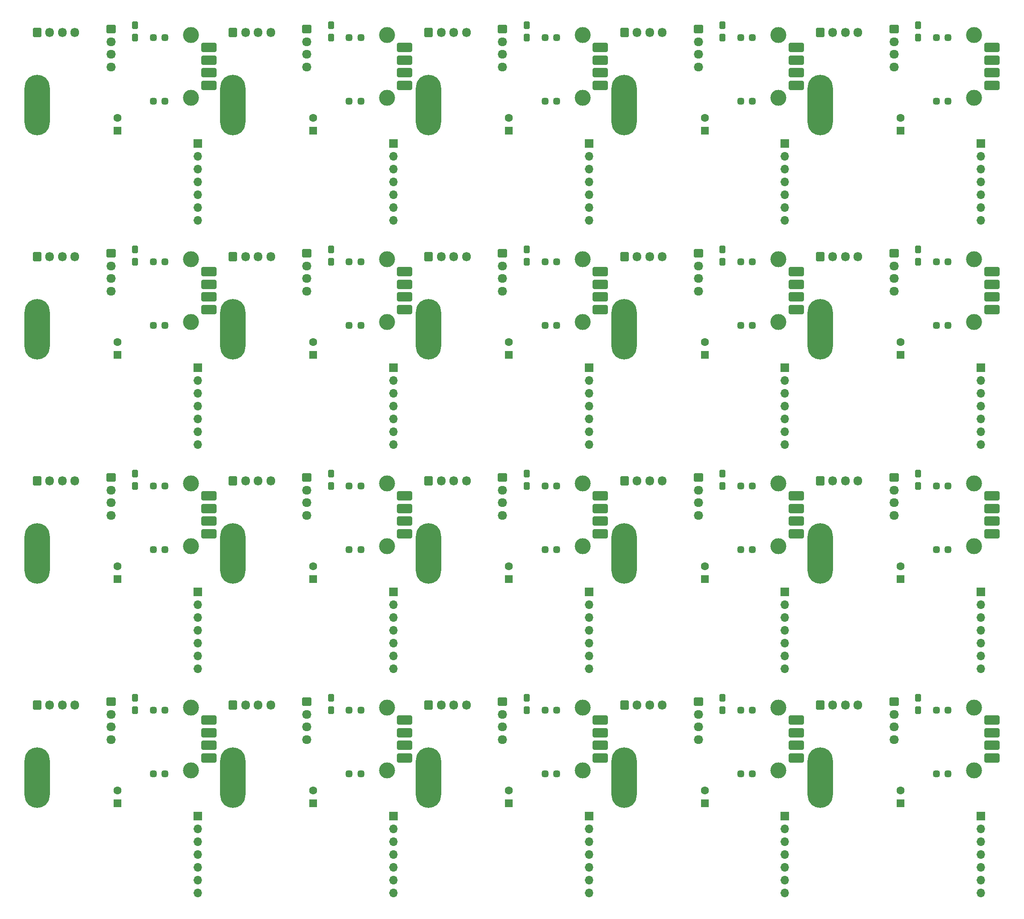
<source format=gbr>
%TF.GenerationSoftware,KiCad,Pcbnew,8.0.7*%
%TF.CreationDate,2025-01-08T09:27:09+09:00*%
%TF.ProjectId,waveShare-7inch-rs485,77617665-5368-4617-9265-2d37696e6368,rev?*%
%TF.SameCoordinates,Original*%
%TF.FileFunction,Soldermask,Bot*%
%TF.FilePolarity,Negative*%
%FSLAX46Y46*%
G04 Gerber Fmt 4.6, Leading zero omitted, Abs format (unit mm)*
G04 Created by KiCad (PCBNEW 8.0.7) date 2025-01-08 09:27:09*
%MOMM*%
%LPD*%
G01*
G04 APERTURE LIST*
G04 Aperture macros list*
%AMRoundRect*
0 Rectangle with rounded corners*
0 $1 Rounding radius*
0 $2 $3 $4 $5 $6 $7 $8 $9 X,Y pos of 4 corners*
0 Add a 4 corners polygon primitive as box body*
4,1,4,$2,$3,$4,$5,$6,$7,$8,$9,$2,$3,0*
0 Add four circle primitives for the rounded corners*
1,1,$1+$1,$2,$3*
1,1,$1+$1,$4,$5*
1,1,$1+$1,$6,$7*
1,1,$1+$1,$8,$9*
0 Add four rect primitives between the rounded corners*
20,1,$1+$1,$2,$3,$4,$5,0*
20,1,$1+$1,$4,$5,$6,$7,0*
20,1,$1+$1,$6,$7,$8,$9,0*
20,1,$1+$1,$8,$9,$2,$3,0*%
G04 Aperture macros list end*
%ADD10RoundRect,0.312500X-0.312500X0.437500X-0.312500X-0.437500X0.312500X-0.437500X0.312500X0.437500X0*%
%ADD11RoundRect,0.249900X-0.600100X-0.675100X0.600100X-0.675100X0.600100X0.675100X-0.600100X0.675100X0*%
%ADD12O,1.700000X1.850000*%
%ADD13RoundRect,0.325000X-0.325000X-0.325000X0.325000X-0.325000X0.325000X0.325000X-0.325000X0.325000X0*%
%ADD14C,3.170000*%
%ADD15RoundRect,0.325000X0.325000X0.325000X-0.325000X0.325000X-0.325000X-0.325000X0.325000X-0.325000X0*%
%ADD16RoundRect,0.264600X1.235400X-0.635400X1.235400X0.635400X-1.235400X0.635400X-1.235400X-0.635400X0*%
%ADD17RoundRect,0.250000X1.250000X-0.650000X1.250000X0.650000X-1.250000X0.650000X-1.250000X-0.650000X0*%
%ADD18RoundRect,0.249900X-0.675100X0.600100X-0.675100X-0.600100X0.675100X-0.600100X0.675100X0.600100X0*%
%ADD19O,1.850000X1.700000*%
%ADD20R,1.700000X1.700000*%
%ADD21O,1.700000X1.700000*%
%ADD22O,5.000000X12.000000*%
%ADD23R,1.600000X1.600000*%
%ADD24C,1.600000*%
G04 APERTURE END LIST*
D10*
%TO.C,C3*%
X204360000Y-158930000D03*
X204360000Y-161330000D03*
%TD*%
D11*
%TO.C,J1*%
X184920000Y-160360000D03*
D12*
X187420000Y-160360000D03*
X189920000Y-160360000D03*
X192420000Y-160360000D03*
%TD*%
D13*
%TO.C,R2*%
X207980000Y-161310000D03*
X210280000Y-161310000D03*
%TD*%
D14*
%TO.C,J4*%
X215450000Y-173300000D03*
X215450000Y-160800000D03*
%TD*%
D15*
%TO.C,R10*%
X210280000Y-174000000D03*
X207980000Y-174000000D03*
%TD*%
D16*
%TO.C,J5*%
X218970000Y-170810000D03*
D17*
X218970000Y-168310000D03*
X218970000Y-165810000D03*
X218970000Y-163310000D03*
%TD*%
D18*
%TO.C,J2*%
X199570000Y-159680000D03*
D19*
X199570000Y-162180000D03*
X199570000Y-164680000D03*
X199570000Y-167180000D03*
%TD*%
D20*
%TO.C,DS1307*%
X216750000Y-182315000D03*
D21*
X216750000Y-184855000D03*
X216750000Y-187395000D03*
X216750000Y-189935000D03*
X216750000Y-192475000D03*
X216750000Y-195015000D03*
X216750000Y-197555000D03*
%TD*%
D22*
%TO.C,J3*%
X184910000Y-174740000D03*
%TD*%
D23*
%TO.C,C9*%
X200840000Y-179780000D03*
D24*
X200840000Y-177280000D03*
%TD*%
D10*
%TO.C,C3*%
X165560000Y-158930000D03*
X165560000Y-161330000D03*
%TD*%
D11*
%TO.C,J1*%
X146120000Y-160360000D03*
D12*
X148620000Y-160360000D03*
X151120000Y-160360000D03*
X153620000Y-160360000D03*
%TD*%
D13*
%TO.C,R2*%
X169180000Y-161310000D03*
X171480000Y-161310000D03*
%TD*%
D14*
%TO.C,J4*%
X176650000Y-173300000D03*
X176650000Y-160800000D03*
%TD*%
D15*
%TO.C,R10*%
X171480000Y-174000000D03*
X169180000Y-174000000D03*
%TD*%
D16*
%TO.C,J5*%
X180170000Y-170810000D03*
D17*
X180170000Y-168310000D03*
X180170000Y-165810000D03*
X180170000Y-163310000D03*
%TD*%
D18*
%TO.C,J2*%
X160770000Y-159680000D03*
D19*
X160770000Y-162180000D03*
X160770000Y-164680000D03*
X160770000Y-167180000D03*
%TD*%
D20*
%TO.C,DS1307*%
X177950000Y-182315000D03*
D21*
X177950000Y-184855000D03*
X177950000Y-187395000D03*
X177950000Y-189935000D03*
X177950000Y-192475000D03*
X177950000Y-195015000D03*
X177950000Y-197555000D03*
%TD*%
D22*
%TO.C,J3*%
X146110000Y-174740000D03*
%TD*%
D23*
%TO.C,C9*%
X162040000Y-179780000D03*
D24*
X162040000Y-177280000D03*
%TD*%
D10*
%TO.C,C3*%
X126760000Y-158930000D03*
X126760000Y-161330000D03*
%TD*%
D11*
%TO.C,J1*%
X107320000Y-160360000D03*
D12*
X109820000Y-160360000D03*
X112320000Y-160360000D03*
X114820000Y-160360000D03*
%TD*%
D13*
%TO.C,R2*%
X130380000Y-161310000D03*
X132680000Y-161310000D03*
%TD*%
D14*
%TO.C,J4*%
X137850000Y-173300000D03*
X137850000Y-160800000D03*
%TD*%
D15*
%TO.C,R10*%
X132680000Y-174000000D03*
X130380000Y-174000000D03*
%TD*%
D16*
%TO.C,J5*%
X141370000Y-170810000D03*
D17*
X141370000Y-168310000D03*
X141370000Y-165810000D03*
X141370000Y-163310000D03*
%TD*%
D18*
%TO.C,J2*%
X121970000Y-159680000D03*
D19*
X121970000Y-162180000D03*
X121970000Y-164680000D03*
X121970000Y-167180000D03*
%TD*%
D20*
%TO.C,DS1307*%
X139150000Y-182315000D03*
D21*
X139150000Y-184855000D03*
X139150000Y-187395000D03*
X139150000Y-189935000D03*
X139150000Y-192475000D03*
X139150000Y-195015000D03*
X139150000Y-197555000D03*
%TD*%
D22*
%TO.C,J3*%
X107310000Y-174740000D03*
%TD*%
D23*
%TO.C,C9*%
X123240000Y-179780000D03*
D24*
X123240000Y-177280000D03*
%TD*%
D10*
%TO.C,C3*%
X87960000Y-158930000D03*
X87960000Y-161330000D03*
%TD*%
D11*
%TO.C,J1*%
X68520000Y-160360000D03*
D12*
X71020000Y-160360000D03*
X73520000Y-160360000D03*
X76020000Y-160360000D03*
%TD*%
D13*
%TO.C,R2*%
X91580000Y-161310000D03*
X93880000Y-161310000D03*
%TD*%
D14*
%TO.C,J4*%
X99050000Y-173300000D03*
X99050000Y-160800000D03*
%TD*%
D15*
%TO.C,R10*%
X93880000Y-174000000D03*
X91580000Y-174000000D03*
%TD*%
D16*
%TO.C,J5*%
X102570000Y-170810000D03*
D17*
X102570000Y-168310000D03*
X102570000Y-165810000D03*
X102570000Y-163310000D03*
%TD*%
D18*
%TO.C,J2*%
X83170000Y-159680000D03*
D19*
X83170000Y-162180000D03*
X83170000Y-164680000D03*
X83170000Y-167180000D03*
%TD*%
D20*
%TO.C,DS1307*%
X100350000Y-182315000D03*
D21*
X100350000Y-184855000D03*
X100350000Y-187395000D03*
X100350000Y-189935000D03*
X100350000Y-192475000D03*
X100350000Y-195015000D03*
X100350000Y-197555000D03*
%TD*%
D22*
%TO.C,J3*%
X68510000Y-174740000D03*
%TD*%
D23*
%TO.C,C9*%
X84440000Y-179780000D03*
D24*
X84440000Y-177280000D03*
%TD*%
D10*
%TO.C,C3*%
X49160000Y-158930000D03*
X49160000Y-161330000D03*
%TD*%
D11*
%TO.C,J1*%
X29720000Y-160360000D03*
D12*
X32220000Y-160360000D03*
X34720000Y-160360000D03*
X37220000Y-160360000D03*
%TD*%
D13*
%TO.C,R2*%
X52780000Y-161310000D03*
X55080000Y-161310000D03*
%TD*%
D14*
%TO.C,J4*%
X60250000Y-173300000D03*
X60250000Y-160800000D03*
%TD*%
D15*
%TO.C,R10*%
X55080000Y-174000000D03*
X52780000Y-174000000D03*
%TD*%
D16*
%TO.C,J5*%
X63770000Y-170810000D03*
D17*
X63770000Y-168310000D03*
X63770000Y-165810000D03*
X63770000Y-163310000D03*
%TD*%
D18*
%TO.C,J2*%
X44370000Y-159680000D03*
D19*
X44370000Y-162180000D03*
X44370000Y-164680000D03*
X44370000Y-167180000D03*
%TD*%
D20*
%TO.C,DS1307*%
X61550000Y-182315000D03*
D21*
X61550000Y-184855000D03*
X61550000Y-187395000D03*
X61550000Y-189935000D03*
X61550000Y-192475000D03*
X61550000Y-195015000D03*
X61550000Y-197555000D03*
%TD*%
D22*
%TO.C,J3*%
X29710000Y-174740000D03*
%TD*%
D23*
%TO.C,C9*%
X45640000Y-179780000D03*
D24*
X45640000Y-177280000D03*
%TD*%
D10*
%TO.C,C3*%
X204360000Y-114480000D03*
X204360000Y-116880000D03*
%TD*%
D11*
%TO.C,J1*%
X184920000Y-115910000D03*
D12*
X187420000Y-115910000D03*
X189920000Y-115910000D03*
X192420000Y-115910000D03*
%TD*%
D13*
%TO.C,R2*%
X207980000Y-116860000D03*
X210280000Y-116860000D03*
%TD*%
D14*
%TO.C,J4*%
X215450000Y-128850000D03*
X215450000Y-116350000D03*
%TD*%
D15*
%TO.C,R10*%
X210280000Y-129550000D03*
X207980000Y-129550000D03*
%TD*%
D16*
%TO.C,J5*%
X218970000Y-126360000D03*
D17*
X218970000Y-123860000D03*
X218970000Y-121360000D03*
X218970000Y-118860000D03*
%TD*%
D18*
%TO.C,J2*%
X199570000Y-115230000D03*
D19*
X199570000Y-117730000D03*
X199570000Y-120230000D03*
X199570000Y-122730000D03*
%TD*%
D20*
%TO.C,DS1307*%
X216750000Y-137865000D03*
D21*
X216750000Y-140405000D03*
X216750000Y-142945000D03*
X216750000Y-145485000D03*
X216750000Y-148025000D03*
X216750000Y-150565000D03*
X216750000Y-153105000D03*
%TD*%
D22*
%TO.C,J3*%
X184910000Y-130290000D03*
%TD*%
D23*
%TO.C,C9*%
X200840000Y-135330000D03*
D24*
X200840000Y-132830000D03*
%TD*%
D10*
%TO.C,C3*%
X165560000Y-114480000D03*
X165560000Y-116880000D03*
%TD*%
D11*
%TO.C,J1*%
X146120000Y-115910000D03*
D12*
X148620000Y-115910000D03*
X151120000Y-115910000D03*
X153620000Y-115910000D03*
%TD*%
D13*
%TO.C,R2*%
X169180000Y-116860000D03*
X171480000Y-116860000D03*
%TD*%
D14*
%TO.C,J4*%
X176650000Y-128850000D03*
X176650000Y-116350000D03*
%TD*%
D15*
%TO.C,R10*%
X171480000Y-129550000D03*
X169180000Y-129550000D03*
%TD*%
D16*
%TO.C,J5*%
X180170000Y-126360000D03*
D17*
X180170000Y-123860000D03*
X180170000Y-121360000D03*
X180170000Y-118860000D03*
%TD*%
D18*
%TO.C,J2*%
X160770000Y-115230000D03*
D19*
X160770000Y-117730000D03*
X160770000Y-120230000D03*
X160770000Y-122730000D03*
%TD*%
D20*
%TO.C,DS1307*%
X177950000Y-137865000D03*
D21*
X177950000Y-140405000D03*
X177950000Y-142945000D03*
X177950000Y-145485000D03*
X177950000Y-148025000D03*
X177950000Y-150565000D03*
X177950000Y-153105000D03*
%TD*%
D22*
%TO.C,J3*%
X146110000Y-130290000D03*
%TD*%
D23*
%TO.C,C9*%
X162040000Y-135330000D03*
D24*
X162040000Y-132830000D03*
%TD*%
D10*
%TO.C,C3*%
X126760000Y-114480000D03*
X126760000Y-116880000D03*
%TD*%
D11*
%TO.C,J1*%
X107320000Y-115910000D03*
D12*
X109820000Y-115910000D03*
X112320000Y-115910000D03*
X114820000Y-115910000D03*
%TD*%
D13*
%TO.C,R2*%
X130380000Y-116860000D03*
X132680000Y-116860000D03*
%TD*%
D14*
%TO.C,J4*%
X137850000Y-128850000D03*
X137850000Y-116350000D03*
%TD*%
D15*
%TO.C,R10*%
X132680000Y-129550000D03*
X130380000Y-129550000D03*
%TD*%
D16*
%TO.C,J5*%
X141370000Y-126360000D03*
D17*
X141370000Y-123860000D03*
X141370000Y-121360000D03*
X141370000Y-118860000D03*
%TD*%
D18*
%TO.C,J2*%
X121970000Y-115230000D03*
D19*
X121970000Y-117730000D03*
X121970000Y-120230000D03*
X121970000Y-122730000D03*
%TD*%
D20*
%TO.C,DS1307*%
X139150000Y-137865000D03*
D21*
X139150000Y-140405000D03*
X139150000Y-142945000D03*
X139150000Y-145485000D03*
X139150000Y-148025000D03*
X139150000Y-150565000D03*
X139150000Y-153105000D03*
%TD*%
D22*
%TO.C,J3*%
X107310000Y-130290000D03*
%TD*%
D23*
%TO.C,C9*%
X123240000Y-135330000D03*
D24*
X123240000Y-132830000D03*
%TD*%
D10*
%TO.C,C3*%
X87960000Y-114480000D03*
X87960000Y-116880000D03*
%TD*%
D11*
%TO.C,J1*%
X68520000Y-115910000D03*
D12*
X71020000Y-115910000D03*
X73520000Y-115910000D03*
X76020000Y-115910000D03*
%TD*%
D13*
%TO.C,R2*%
X91580000Y-116860000D03*
X93880000Y-116860000D03*
%TD*%
D14*
%TO.C,J4*%
X99050000Y-128850000D03*
X99050000Y-116350000D03*
%TD*%
D15*
%TO.C,R10*%
X93880000Y-129550000D03*
X91580000Y-129550000D03*
%TD*%
D16*
%TO.C,J5*%
X102570000Y-126360000D03*
D17*
X102570000Y-123860000D03*
X102570000Y-121360000D03*
X102570000Y-118860000D03*
%TD*%
D18*
%TO.C,J2*%
X83170000Y-115230000D03*
D19*
X83170000Y-117730000D03*
X83170000Y-120230000D03*
X83170000Y-122730000D03*
%TD*%
D20*
%TO.C,DS1307*%
X100350000Y-137865000D03*
D21*
X100350000Y-140405000D03*
X100350000Y-142945000D03*
X100350000Y-145485000D03*
X100350000Y-148025000D03*
X100350000Y-150565000D03*
X100350000Y-153105000D03*
%TD*%
D22*
%TO.C,J3*%
X68510000Y-130290000D03*
%TD*%
D23*
%TO.C,C9*%
X84440000Y-135330000D03*
D24*
X84440000Y-132830000D03*
%TD*%
D10*
%TO.C,C3*%
X49160000Y-114480000D03*
X49160000Y-116880000D03*
%TD*%
D11*
%TO.C,J1*%
X29720000Y-115910000D03*
D12*
X32220000Y-115910000D03*
X34720000Y-115910000D03*
X37220000Y-115910000D03*
%TD*%
D13*
%TO.C,R2*%
X52780000Y-116860000D03*
X55080000Y-116860000D03*
%TD*%
D14*
%TO.C,J4*%
X60250000Y-128850000D03*
X60250000Y-116350000D03*
%TD*%
D15*
%TO.C,R10*%
X55080000Y-129550000D03*
X52780000Y-129550000D03*
%TD*%
D16*
%TO.C,J5*%
X63770000Y-126360000D03*
D17*
X63770000Y-123860000D03*
X63770000Y-121360000D03*
X63770000Y-118860000D03*
%TD*%
D18*
%TO.C,J2*%
X44370000Y-115230000D03*
D19*
X44370000Y-117730000D03*
X44370000Y-120230000D03*
X44370000Y-122730000D03*
%TD*%
D20*
%TO.C,DS1307*%
X61550000Y-137865000D03*
D21*
X61550000Y-140405000D03*
X61550000Y-142945000D03*
X61550000Y-145485000D03*
X61550000Y-148025000D03*
X61550000Y-150565000D03*
X61550000Y-153105000D03*
%TD*%
D22*
%TO.C,J3*%
X29710000Y-130290000D03*
%TD*%
D23*
%TO.C,C9*%
X45640000Y-135330000D03*
D24*
X45640000Y-132830000D03*
%TD*%
D10*
%TO.C,C3*%
X204360000Y-70030000D03*
X204360000Y-72430000D03*
%TD*%
D11*
%TO.C,J1*%
X184920000Y-71460000D03*
D12*
X187420000Y-71460000D03*
X189920000Y-71460000D03*
X192420000Y-71460000D03*
%TD*%
D13*
%TO.C,R2*%
X207980000Y-72410000D03*
X210280000Y-72410000D03*
%TD*%
D14*
%TO.C,J4*%
X215450000Y-84400000D03*
X215450000Y-71900000D03*
%TD*%
D15*
%TO.C,R10*%
X210280000Y-85100000D03*
X207980000Y-85100000D03*
%TD*%
D16*
%TO.C,J5*%
X218970000Y-81910000D03*
D17*
X218970000Y-79410000D03*
X218970000Y-76910000D03*
X218970000Y-74410000D03*
%TD*%
D18*
%TO.C,J2*%
X199570000Y-70780000D03*
D19*
X199570000Y-73280000D03*
X199570000Y-75780000D03*
X199570000Y-78280000D03*
%TD*%
D20*
%TO.C,DS1307*%
X216750000Y-93415000D03*
D21*
X216750000Y-95955000D03*
X216750000Y-98495000D03*
X216750000Y-101035000D03*
X216750000Y-103575000D03*
X216750000Y-106115000D03*
X216750000Y-108655000D03*
%TD*%
D22*
%TO.C,J3*%
X184910000Y-85840000D03*
%TD*%
D23*
%TO.C,C9*%
X200840000Y-90880000D03*
D24*
X200840000Y-88380000D03*
%TD*%
D10*
%TO.C,C3*%
X165560000Y-70030000D03*
X165560000Y-72430000D03*
%TD*%
D11*
%TO.C,J1*%
X146120000Y-71460000D03*
D12*
X148620000Y-71460000D03*
X151120000Y-71460000D03*
X153620000Y-71460000D03*
%TD*%
D13*
%TO.C,R2*%
X169180000Y-72410000D03*
X171480000Y-72410000D03*
%TD*%
D14*
%TO.C,J4*%
X176650000Y-84400000D03*
X176650000Y-71900000D03*
%TD*%
D15*
%TO.C,R10*%
X171480000Y-85100000D03*
X169180000Y-85100000D03*
%TD*%
D16*
%TO.C,J5*%
X180170000Y-81910000D03*
D17*
X180170000Y-79410000D03*
X180170000Y-76910000D03*
X180170000Y-74410000D03*
%TD*%
D18*
%TO.C,J2*%
X160770000Y-70780000D03*
D19*
X160770000Y-73280000D03*
X160770000Y-75780000D03*
X160770000Y-78280000D03*
%TD*%
D20*
%TO.C,DS1307*%
X177950000Y-93415000D03*
D21*
X177950000Y-95955000D03*
X177950000Y-98495000D03*
X177950000Y-101035000D03*
X177950000Y-103575000D03*
X177950000Y-106115000D03*
X177950000Y-108655000D03*
%TD*%
D22*
%TO.C,J3*%
X146110000Y-85840000D03*
%TD*%
D23*
%TO.C,C9*%
X162040000Y-90880000D03*
D24*
X162040000Y-88380000D03*
%TD*%
D10*
%TO.C,C3*%
X126760000Y-70030000D03*
X126760000Y-72430000D03*
%TD*%
D11*
%TO.C,J1*%
X107320000Y-71460000D03*
D12*
X109820000Y-71460000D03*
X112320000Y-71460000D03*
X114820000Y-71460000D03*
%TD*%
D13*
%TO.C,R2*%
X130380000Y-72410000D03*
X132680000Y-72410000D03*
%TD*%
D14*
%TO.C,J4*%
X137850000Y-84400000D03*
X137850000Y-71900000D03*
%TD*%
D15*
%TO.C,R10*%
X132680000Y-85100000D03*
X130380000Y-85100000D03*
%TD*%
D16*
%TO.C,J5*%
X141370000Y-81910000D03*
D17*
X141370000Y-79410000D03*
X141370000Y-76910000D03*
X141370000Y-74410000D03*
%TD*%
D18*
%TO.C,J2*%
X121970000Y-70780000D03*
D19*
X121970000Y-73280000D03*
X121970000Y-75780000D03*
X121970000Y-78280000D03*
%TD*%
D20*
%TO.C,DS1307*%
X139150000Y-93415000D03*
D21*
X139150000Y-95955000D03*
X139150000Y-98495000D03*
X139150000Y-101035000D03*
X139150000Y-103575000D03*
X139150000Y-106115000D03*
X139150000Y-108655000D03*
%TD*%
D22*
%TO.C,J3*%
X107310000Y-85840000D03*
%TD*%
D23*
%TO.C,C9*%
X123240000Y-90880000D03*
D24*
X123240000Y-88380000D03*
%TD*%
D10*
%TO.C,C3*%
X87960000Y-70030000D03*
X87960000Y-72430000D03*
%TD*%
D11*
%TO.C,J1*%
X68520000Y-71460000D03*
D12*
X71020000Y-71460000D03*
X73520000Y-71460000D03*
X76020000Y-71460000D03*
%TD*%
D13*
%TO.C,R2*%
X91580000Y-72410000D03*
X93880000Y-72410000D03*
%TD*%
D14*
%TO.C,J4*%
X99050000Y-84400000D03*
X99050000Y-71900000D03*
%TD*%
D15*
%TO.C,R10*%
X93880000Y-85100000D03*
X91580000Y-85100000D03*
%TD*%
D16*
%TO.C,J5*%
X102570000Y-81910000D03*
D17*
X102570000Y-79410000D03*
X102570000Y-76910000D03*
X102570000Y-74410000D03*
%TD*%
D18*
%TO.C,J2*%
X83170000Y-70780000D03*
D19*
X83170000Y-73280000D03*
X83170000Y-75780000D03*
X83170000Y-78280000D03*
%TD*%
D20*
%TO.C,DS1307*%
X100350000Y-93415000D03*
D21*
X100350000Y-95955000D03*
X100350000Y-98495000D03*
X100350000Y-101035000D03*
X100350000Y-103575000D03*
X100350000Y-106115000D03*
X100350000Y-108655000D03*
%TD*%
D22*
%TO.C,J3*%
X68510000Y-85840000D03*
%TD*%
D23*
%TO.C,C9*%
X84440000Y-90880000D03*
D24*
X84440000Y-88380000D03*
%TD*%
D10*
%TO.C,C3*%
X49160000Y-70030000D03*
X49160000Y-72430000D03*
%TD*%
D11*
%TO.C,J1*%
X29720000Y-71460000D03*
D12*
X32220000Y-71460000D03*
X34720000Y-71460000D03*
X37220000Y-71460000D03*
%TD*%
D13*
%TO.C,R2*%
X52780000Y-72410000D03*
X55080000Y-72410000D03*
%TD*%
D14*
%TO.C,J4*%
X60250000Y-84400000D03*
X60250000Y-71900000D03*
%TD*%
D15*
%TO.C,R10*%
X55080000Y-85100000D03*
X52780000Y-85100000D03*
%TD*%
D16*
%TO.C,J5*%
X63770000Y-81910000D03*
D17*
X63770000Y-79410000D03*
X63770000Y-76910000D03*
X63770000Y-74410000D03*
%TD*%
D18*
%TO.C,J2*%
X44370000Y-70780000D03*
D19*
X44370000Y-73280000D03*
X44370000Y-75780000D03*
X44370000Y-78280000D03*
%TD*%
D20*
%TO.C,DS1307*%
X61550000Y-93415000D03*
D21*
X61550000Y-95955000D03*
X61550000Y-98495000D03*
X61550000Y-101035000D03*
X61550000Y-103575000D03*
X61550000Y-106115000D03*
X61550000Y-108655000D03*
%TD*%
D22*
%TO.C,J3*%
X29710000Y-85840000D03*
%TD*%
D23*
%TO.C,C9*%
X45640000Y-90880000D03*
D24*
X45640000Y-88380000D03*
%TD*%
D10*
%TO.C,C3*%
X204360000Y-25580000D03*
X204360000Y-27980000D03*
%TD*%
D11*
%TO.C,J1*%
X184920000Y-27010000D03*
D12*
X187420000Y-27010000D03*
X189920000Y-27010000D03*
X192420000Y-27010000D03*
%TD*%
D13*
%TO.C,R2*%
X207980000Y-27960000D03*
X210280000Y-27960000D03*
%TD*%
D14*
%TO.C,J4*%
X215450000Y-39950000D03*
X215450000Y-27450000D03*
%TD*%
D15*
%TO.C,R10*%
X210280000Y-40650000D03*
X207980000Y-40650000D03*
%TD*%
D16*
%TO.C,J5*%
X218970000Y-37460000D03*
D17*
X218970000Y-34960000D03*
X218970000Y-32460000D03*
X218970000Y-29960000D03*
%TD*%
D18*
%TO.C,J2*%
X199570000Y-26330000D03*
D19*
X199570000Y-28830000D03*
X199570000Y-31330000D03*
X199570000Y-33830000D03*
%TD*%
D20*
%TO.C,DS1307*%
X216750000Y-48965000D03*
D21*
X216750000Y-51505000D03*
X216750000Y-54045000D03*
X216750000Y-56585000D03*
X216750000Y-59125000D03*
X216750000Y-61665000D03*
X216750000Y-64205000D03*
%TD*%
D22*
%TO.C,J3*%
X184910000Y-41390000D03*
%TD*%
D23*
%TO.C,C9*%
X200840000Y-46430000D03*
D24*
X200840000Y-43930000D03*
%TD*%
D10*
%TO.C,C3*%
X165560000Y-25580000D03*
X165560000Y-27980000D03*
%TD*%
D11*
%TO.C,J1*%
X146120000Y-27010000D03*
D12*
X148620000Y-27010000D03*
X151120000Y-27010000D03*
X153620000Y-27010000D03*
%TD*%
D13*
%TO.C,R2*%
X169180000Y-27960000D03*
X171480000Y-27960000D03*
%TD*%
D14*
%TO.C,J4*%
X176650000Y-39950000D03*
X176650000Y-27450000D03*
%TD*%
D15*
%TO.C,R10*%
X171480000Y-40650000D03*
X169180000Y-40650000D03*
%TD*%
D16*
%TO.C,J5*%
X180170000Y-37460000D03*
D17*
X180170000Y-34960000D03*
X180170000Y-32460000D03*
X180170000Y-29960000D03*
%TD*%
D18*
%TO.C,J2*%
X160770000Y-26330000D03*
D19*
X160770000Y-28830000D03*
X160770000Y-31330000D03*
X160770000Y-33830000D03*
%TD*%
D20*
%TO.C,DS1307*%
X177950000Y-48965000D03*
D21*
X177950000Y-51505000D03*
X177950000Y-54045000D03*
X177950000Y-56585000D03*
X177950000Y-59125000D03*
X177950000Y-61665000D03*
X177950000Y-64205000D03*
%TD*%
D22*
%TO.C,J3*%
X146110000Y-41390000D03*
%TD*%
D23*
%TO.C,C9*%
X162040000Y-46430000D03*
D24*
X162040000Y-43930000D03*
%TD*%
D10*
%TO.C,C3*%
X126760000Y-25580000D03*
X126760000Y-27980000D03*
%TD*%
D11*
%TO.C,J1*%
X107320000Y-27010000D03*
D12*
X109820000Y-27010000D03*
X112320000Y-27010000D03*
X114820000Y-27010000D03*
%TD*%
D13*
%TO.C,R2*%
X130380000Y-27960000D03*
X132680000Y-27960000D03*
%TD*%
D14*
%TO.C,J4*%
X137850000Y-39950000D03*
X137850000Y-27450000D03*
%TD*%
D15*
%TO.C,R10*%
X132680000Y-40650000D03*
X130380000Y-40650000D03*
%TD*%
D16*
%TO.C,J5*%
X141370000Y-37460000D03*
D17*
X141370000Y-34960000D03*
X141370000Y-32460000D03*
X141370000Y-29960000D03*
%TD*%
D18*
%TO.C,J2*%
X121970000Y-26330000D03*
D19*
X121970000Y-28830000D03*
X121970000Y-31330000D03*
X121970000Y-33830000D03*
%TD*%
D20*
%TO.C,DS1307*%
X139150000Y-48965000D03*
D21*
X139150000Y-51505000D03*
X139150000Y-54045000D03*
X139150000Y-56585000D03*
X139150000Y-59125000D03*
X139150000Y-61665000D03*
X139150000Y-64205000D03*
%TD*%
D22*
%TO.C,J3*%
X107310000Y-41390000D03*
%TD*%
D23*
%TO.C,C9*%
X123240000Y-46430000D03*
D24*
X123240000Y-43930000D03*
%TD*%
D10*
%TO.C,C3*%
X87960000Y-25580000D03*
X87960000Y-27980000D03*
%TD*%
D11*
%TO.C,J1*%
X68520000Y-27010000D03*
D12*
X71020000Y-27010000D03*
X73520000Y-27010000D03*
X76020000Y-27010000D03*
%TD*%
D13*
%TO.C,R2*%
X91580000Y-27960000D03*
X93880000Y-27960000D03*
%TD*%
D14*
%TO.C,J4*%
X99050000Y-39950000D03*
X99050000Y-27450000D03*
%TD*%
D15*
%TO.C,R10*%
X93880000Y-40650000D03*
X91580000Y-40650000D03*
%TD*%
D16*
%TO.C,J5*%
X102570000Y-37460000D03*
D17*
X102570000Y-34960000D03*
X102570000Y-32460000D03*
X102570000Y-29960000D03*
%TD*%
D18*
%TO.C,J2*%
X83170000Y-26330000D03*
D19*
X83170000Y-28830000D03*
X83170000Y-31330000D03*
X83170000Y-33830000D03*
%TD*%
D20*
%TO.C,DS1307*%
X100350000Y-48965000D03*
D21*
X100350000Y-51505000D03*
X100350000Y-54045000D03*
X100350000Y-56585000D03*
X100350000Y-59125000D03*
X100350000Y-61665000D03*
X100350000Y-64205000D03*
%TD*%
D22*
%TO.C,J3*%
X68510000Y-41390000D03*
%TD*%
D23*
%TO.C,C9*%
X84440000Y-46430000D03*
D24*
X84440000Y-43930000D03*
%TD*%
D20*
%TO.C,DS1307*%
X61550000Y-48965000D03*
D21*
X61550000Y-51505000D03*
X61550000Y-54045000D03*
X61550000Y-56585000D03*
X61550000Y-59125000D03*
X61550000Y-61665000D03*
X61550000Y-64205000D03*
%TD*%
D23*
%TO.C,C9*%
X45640000Y-46430000D03*
D24*
X45640000Y-43930000D03*
%TD*%
D22*
%TO.C,J3*%
X29710000Y-41390000D03*
%TD*%
D18*
%TO.C,J2*%
X44370000Y-26330000D03*
D19*
X44370000Y-28830000D03*
X44370000Y-31330000D03*
X44370000Y-33830000D03*
%TD*%
D14*
%TO.C,J4*%
X60250000Y-39950000D03*
X60250000Y-27450000D03*
%TD*%
D11*
%TO.C,J1*%
X29720000Y-27010000D03*
D12*
X32220000Y-27010000D03*
X34720000Y-27010000D03*
X37220000Y-27010000D03*
%TD*%
D16*
%TO.C,J5*%
X63770000Y-37460000D03*
D17*
X63770000Y-34960000D03*
X63770000Y-32460000D03*
X63770000Y-29960000D03*
%TD*%
D15*
%TO.C,R10*%
X55080000Y-40650000D03*
X52780000Y-40650000D03*
%TD*%
D13*
%TO.C,R2*%
X52780000Y-27960000D03*
X55080000Y-27960000D03*
%TD*%
D10*
%TO.C,C3*%
X49160000Y-25580000D03*
X49160000Y-27980000D03*
%TD*%
M02*

</source>
